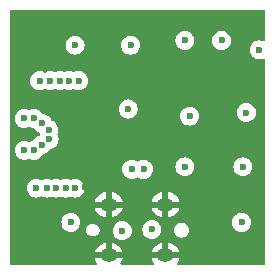
<source format=gbr>
%TF.GenerationSoftware,KiCad,Pcbnew,8.0.8*%
%TF.CreationDate,2025-09-03T22:29:27+08:00*%
%TF.ProjectId,FrekLedMini,4672656b-4c65-4644-9d69-6e692e6b6963,rev?*%
%TF.SameCoordinates,Original*%
%TF.FileFunction,Copper,L3,Inr*%
%TF.FilePolarity,Positive*%
%FSLAX46Y46*%
G04 Gerber Fmt 4.6, Leading zero omitted, Abs format (unit mm)*
G04 Created by KiCad (PCBNEW 8.0.8) date 2025-09-03 22:29:27*
%MOMM*%
%LPD*%
G01*
G04 APERTURE LIST*
%TA.AperFunction,ComponentPad*%
%ADD10O,1.400000X1.150000*%
%TD*%
%TA.AperFunction,ViaPad*%
%ADD11C,0.600000*%
%TD*%
G04 APERTURE END LIST*
D10*
%TO.N,GND*%
%TO.C,J1*%
X113350000Y-121000000D03*
X108550000Y-121000000D03*
X113350000Y-116700000D03*
X108550000Y-116700000D03*
%TD*%
D11*
%TO.N,GND*%
X110500000Y-120800000D03*
X111600000Y-115500000D03*
%TO.N,+5V*%
X110500000Y-113700000D03*
X111500000Y-113700000D03*
X112200000Y-118800000D03*
X105350000Y-118200000D03*
X102700000Y-106200000D03*
X110400000Y-103200000D03*
X119900000Y-113500000D03*
X110200000Y-108600000D03*
X115000000Y-113500000D03*
X115000000Y-102800000D03*
X120200000Y-108900000D03*
X109700000Y-118900000D03*
X118100000Y-102800000D03*
X105700000Y-103200000D03*
X102400000Y-115300000D03*
X115400000Y-109200000D03*
X119800000Y-118200000D03*
X121305514Y-103594486D03*
%TO.N,GND*%
X106500000Y-115200000D03*
X114600000Y-119800000D03*
X107000000Y-119800000D03*
X114800000Y-117900000D03*
X117900000Y-105200000D03*
X120800000Y-100700000D03*
X110500000Y-115000000D03*
X109900000Y-107400000D03*
X107100000Y-117900000D03*
%TO.N,/LED1*%
X106000000Y-106200000D03*
%TO.N,/LED2*%
X105200000Y-106200000D03*
%TO.N,/LED3*%
X104400000Y-106200000D03*
%TO.N,/LED4*%
X103600000Y-106200000D03*
%TO.N,/LED5*%
X103487349Y-110363784D03*
%TO.N,/LED6*%
X102910002Y-109810002D03*
%TO.N,/LED7*%
X102200000Y-109400000D03*
%TO.N,/LED8*%
X101400000Y-109400000D03*
%TO.N,/LED9*%
X101400000Y-112100000D03*
%TO.N,/LED10*%
X102200000Y-112100000D03*
%TO.N,/LED11*%
X102862228Y-111637772D03*
%TO.N,/LED12*%
X103506525Y-111163557D03*
%TO.N,/LED13*%
X103299988Y-115300000D03*
%TO.N,/LED14*%
X104099991Y-115300000D03*
%TO.N,/LED15*%
X104900000Y-115300000D03*
%TO.N,/LED16*%
X105700000Y-115300000D03*
%TD*%
%TA.AperFunction,Conductor*%
%TO.N,GND*%
G36*
X121742539Y-100220185D02*
G01*
X121788294Y-100272989D01*
X121799500Y-100324500D01*
X121799500Y-102744485D01*
X121779815Y-102811524D01*
X121727011Y-102857279D01*
X121657853Y-102867223D01*
X121634545Y-102861527D01*
X121484768Y-102809117D01*
X121484763Y-102809116D01*
X121305518Y-102788921D01*
X121305510Y-102788921D01*
X121126264Y-102809116D01*
X121126259Y-102809117D01*
X120955990Y-102868697D01*
X120803251Y-102964670D01*
X120675698Y-103092223D01*
X120579725Y-103244962D01*
X120520145Y-103415231D01*
X120520144Y-103415236D01*
X120499949Y-103594482D01*
X120499949Y-103594489D01*
X120520144Y-103773735D01*
X120520145Y-103773740D01*
X120579725Y-103944009D01*
X120675698Y-104096748D01*
X120803252Y-104224302D01*
X120955992Y-104320275D01*
X120976483Y-104327445D01*
X121126259Y-104379854D01*
X121126264Y-104379855D01*
X121305510Y-104400051D01*
X121305514Y-104400051D01*
X121305518Y-104400051D01*
X121484763Y-104379855D01*
X121484766Y-104379854D01*
X121484769Y-104379854D01*
X121634545Y-104327444D01*
X121704324Y-104323884D01*
X121764952Y-104358613D01*
X121797179Y-104420606D01*
X121799500Y-104444487D01*
X121799500Y-121675500D01*
X121779815Y-121742539D01*
X121727011Y-121788294D01*
X121675500Y-121799500D01*
X114466266Y-121799500D01*
X114399227Y-121779815D01*
X114353472Y-121727011D01*
X114343528Y-121657853D01*
X114365948Y-121602615D01*
X114394419Y-121563426D01*
X114471239Y-121412659D01*
X114523530Y-121251726D01*
X114523804Y-121250000D01*
X113684618Y-121250000D01*
X113735064Y-121199554D01*
X113777851Y-121125445D01*
X113800000Y-121042787D01*
X113800000Y-120957213D01*
X113777851Y-120874555D01*
X113735064Y-120800446D01*
X113684618Y-120750000D01*
X114523804Y-120750000D01*
X114523530Y-120748273D01*
X114471239Y-120587340D01*
X114394421Y-120436576D01*
X114294961Y-120299683D01*
X114294961Y-120299682D01*
X114175317Y-120180038D01*
X114038423Y-120080578D01*
X113887659Y-120003760D01*
X113726726Y-119951469D01*
X113600000Y-119931397D01*
X113600000Y-120697029D01*
X113517787Y-120675000D01*
X113182213Y-120675000D01*
X113100000Y-120697029D01*
X113100000Y-119931397D01*
X112973273Y-119951469D01*
X112812340Y-120003760D01*
X112661576Y-120080578D01*
X112524683Y-120180038D01*
X112524682Y-120180038D01*
X112405038Y-120299682D01*
X112405038Y-120299683D01*
X112305578Y-120436576D01*
X112228760Y-120587340D01*
X112176469Y-120748273D01*
X112176196Y-120750000D01*
X113015382Y-120750000D01*
X112964936Y-120800446D01*
X112922149Y-120874555D01*
X112900000Y-120957213D01*
X112900000Y-121042787D01*
X112922149Y-121125445D01*
X112964936Y-121199554D01*
X113015382Y-121250000D01*
X112176196Y-121250000D01*
X112176469Y-121251726D01*
X112228760Y-121412659D01*
X112305580Y-121563426D01*
X112334052Y-121602615D01*
X112357532Y-121668421D01*
X112341707Y-121736475D01*
X112291601Y-121785170D01*
X112233734Y-121799500D01*
X109666266Y-121799500D01*
X109599227Y-121779815D01*
X109553472Y-121727011D01*
X109543528Y-121657853D01*
X109565948Y-121602615D01*
X109594419Y-121563426D01*
X109671239Y-121412659D01*
X109723530Y-121251726D01*
X109723804Y-121250000D01*
X108884618Y-121250000D01*
X108935064Y-121199554D01*
X108977851Y-121125445D01*
X109000000Y-121042787D01*
X109000000Y-120957213D01*
X108977851Y-120874555D01*
X108935064Y-120800446D01*
X108884618Y-120750000D01*
X109723804Y-120750000D01*
X109723530Y-120748273D01*
X109671239Y-120587340D01*
X109594421Y-120436576D01*
X109494961Y-120299683D01*
X109494961Y-120299682D01*
X109375317Y-120180038D01*
X109238423Y-120080578D01*
X109087659Y-120003760D01*
X108926726Y-119951469D01*
X108800000Y-119931397D01*
X108800000Y-120697029D01*
X108717787Y-120675000D01*
X108382213Y-120675000D01*
X108300000Y-120697029D01*
X108300000Y-119931397D01*
X108173273Y-119951469D01*
X108012340Y-120003760D01*
X107861576Y-120080578D01*
X107724683Y-120180038D01*
X107724682Y-120180038D01*
X107605038Y-120299682D01*
X107605038Y-120299683D01*
X107505578Y-120436576D01*
X107428760Y-120587340D01*
X107376469Y-120748273D01*
X107376196Y-120750000D01*
X108215382Y-120750000D01*
X108164936Y-120800446D01*
X108122149Y-120874555D01*
X108100000Y-120957213D01*
X108100000Y-121042787D01*
X108122149Y-121125445D01*
X108164936Y-121199554D01*
X108215382Y-121250000D01*
X107376196Y-121250000D01*
X107376469Y-121251726D01*
X107428760Y-121412659D01*
X107505580Y-121563426D01*
X107534052Y-121602615D01*
X107557532Y-121668421D01*
X107541707Y-121736475D01*
X107491601Y-121785170D01*
X107433734Y-121799500D01*
X100324500Y-121799500D01*
X100257461Y-121779815D01*
X100211706Y-121727011D01*
X100200500Y-121675500D01*
X100200500Y-118199996D01*
X104544435Y-118199996D01*
X104544435Y-118200003D01*
X104564630Y-118379249D01*
X104564631Y-118379254D01*
X104624211Y-118549523D01*
X104695265Y-118662604D01*
X104720184Y-118702262D01*
X104847738Y-118829816D01*
X104879861Y-118850000D01*
X104981580Y-118913915D01*
X105000478Y-118925789D01*
X105025373Y-118934500D01*
X105170745Y-118985368D01*
X105170750Y-118985369D01*
X105349996Y-119005565D01*
X105350000Y-119005565D01*
X105350004Y-119005565D01*
X105529249Y-118985369D01*
X105529252Y-118985368D01*
X105529255Y-118985368D01*
X105699522Y-118925789D01*
X105852262Y-118829816D01*
X105895995Y-118786083D01*
X106614500Y-118786083D01*
X106614500Y-118810118D01*
X106614500Y-118850000D01*
X106614500Y-118913917D01*
X106647586Y-119037396D01*
X106711504Y-119148104D01*
X106801896Y-119238496D01*
X106912604Y-119302414D01*
X107036083Y-119335500D01*
X107036085Y-119335500D01*
X107363915Y-119335500D01*
X107363917Y-119335500D01*
X107487396Y-119302414D01*
X107598104Y-119238496D01*
X107688496Y-119148104D01*
X107752414Y-119037396D01*
X107785500Y-118913917D01*
X107785500Y-118899996D01*
X108894435Y-118899996D01*
X108894435Y-118900003D01*
X108914630Y-119079249D01*
X108914631Y-119079254D01*
X108974211Y-119249523D01*
X109033338Y-119343622D01*
X109070184Y-119402262D01*
X109197738Y-119529816D01*
X109350478Y-119625789D01*
X109520745Y-119685368D01*
X109520750Y-119685369D01*
X109699996Y-119705565D01*
X109700000Y-119705565D01*
X109700004Y-119705565D01*
X109879249Y-119685369D01*
X109879252Y-119685368D01*
X109879255Y-119685368D01*
X110049522Y-119625789D01*
X110202262Y-119529816D01*
X110329816Y-119402262D01*
X110425789Y-119249522D01*
X110485368Y-119079255D01*
X110485369Y-119079249D01*
X110505565Y-118900003D01*
X110505565Y-118899996D01*
X110494298Y-118799996D01*
X111394435Y-118799996D01*
X111394435Y-118800003D01*
X111414630Y-118979249D01*
X111414631Y-118979254D01*
X111474211Y-119149523D01*
X111540555Y-119255108D01*
X111570184Y-119302262D01*
X111697738Y-119429816D01*
X111850478Y-119525789D01*
X111861984Y-119529815D01*
X112020745Y-119585368D01*
X112020750Y-119585369D01*
X112199996Y-119605565D01*
X112200000Y-119605565D01*
X112200004Y-119605565D01*
X112379249Y-119585369D01*
X112379252Y-119585368D01*
X112379255Y-119585368D01*
X112549522Y-119525789D01*
X112702262Y-119429816D01*
X112829816Y-119302262D01*
X112925789Y-119149522D01*
X112985368Y-118979255D01*
X112991392Y-118925789D01*
X113005565Y-118800003D01*
X113005565Y-118799996D01*
X113004146Y-118787404D01*
X114064500Y-118787404D01*
X114064500Y-118912595D01*
X114088920Y-119035361D01*
X114088923Y-119035373D01*
X114136823Y-119151015D01*
X114136830Y-119151028D01*
X114206374Y-119255107D01*
X114206377Y-119255111D01*
X114294888Y-119343622D01*
X114294892Y-119343625D01*
X114398971Y-119413169D01*
X114398984Y-119413176D01*
X114514626Y-119461076D01*
X114514631Y-119461078D01*
X114637404Y-119485499D01*
X114637408Y-119485500D01*
X114637409Y-119485500D01*
X114762592Y-119485500D01*
X114762593Y-119485499D01*
X114885369Y-119461078D01*
X115001022Y-119413173D01*
X115105108Y-119343625D01*
X115193625Y-119255108D01*
X115263173Y-119151022D01*
X115311078Y-119035369D01*
X115335500Y-118912591D01*
X115335500Y-118787409D01*
X115311078Y-118664631D01*
X115264382Y-118551896D01*
X115263176Y-118548984D01*
X115263169Y-118548971D01*
X115193625Y-118444892D01*
X115193622Y-118444888D01*
X115105111Y-118356377D01*
X115105107Y-118356374D01*
X115001028Y-118286830D01*
X115001015Y-118286823D01*
X114885373Y-118238923D01*
X114885361Y-118238920D01*
X114762595Y-118214500D01*
X114762591Y-118214500D01*
X114637409Y-118214500D01*
X114637404Y-118214500D01*
X114514638Y-118238920D01*
X114514626Y-118238923D01*
X114398984Y-118286823D01*
X114398971Y-118286830D01*
X114294892Y-118356374D01*
X114294888Y-118356377D01*
X114206377Y-118444888D01*
X114206374Y-118444892D01*
X114136830Y-118548971D01*
X114136823Y-118548984D01*
X114088923Y-118664626D01*
X114088920Y-118664638D01*
X114064500Y-118787404D01*
X113004146Y-118787404D01*
X112985369Y-118620750D01*
X112985368Y-118620745D01*
X112961276Y-118551893D01*
X112925789Y-118450478D01*
X112829816Y-118297738D01*
X112732074Y-118199996D01*
X118994435Y-118199996D01*
X118994435Y-118200003D01*
X119014630Y-118379249D01*
X119014631Y-118379254D01*
X119074211Y-118549523D01*
X119145265Y-118662604D01*
X119170184Y-118702262D01*
X119297738Y-118829816D01*
X119329861Y-118850000D01*
X119431580Y-118913915D01*
X119450478Y-118925789D01*
X119475373Y-118934500D01*
X119620745Y-118985368D01*
X119620750Y-118985369D01*
X119799996Y-119005565D01*
X119800000Y-119005565D01*
X119800004Y-119005565D01*
X119979249Y-118985369D01*
X119979252Y-118985368D01*
X119979255Y-118985368D01*
X120149522Y-118925789D01*
X120302262Y-118829816D01*
X120429816Y-118702262D01*
X120525789Y-118549522D01*
X120585368Y-118379255D01*
X120585369Y-118379249D01*
X120605565Y-118200003D01*
X120605565Y-118199996D01*
X120585369Y-118020750D01*
X120585368Y-118020745D01*
X120525788Y-117850476D01*
X120461731Y-117748530D01*
X120429816Y-117697738D01*
X120302262Y-117570184D01*
X120222333Y-117519961D01*
X120149523Y-117474211D01*
X119979254Y-117414631D01*
X119979249Y-117414630D01*
X119800004Y-117394435D01*
X119799996Y-117394435D01*
X119620750Y-117414630D01*
X119620745Y-117414631D01*
X119450476Y-117474211D01*
X119297737Y-117570184D01*
X119170184Y-117697737D01*
X119074211Y-117850476D01*
X119014631Y-118020745D01*
X119014630Y-118020750D01*
X118994435Y-118199996D01*
X112732074Y-118199996D01*
X112702262Y-118170184D01*
X112613852Y-118114632D01*
X112549523Y-118074211D01*
X112379254Y-118014631D01*
X112379249Y-118014630D01*
X112200004Y-117994435D01*
X112199996Y-117994435D01*
X112020750Y-118014630D01*
X112020745Y-118014631D01*
X111850476Y-118074211D01*
X111697737Y-118170184D01*
X111570184Y-118297737D01*
X111474211Y-118450476D01*
X111414631Y-118620745D01*
X111414630Y-118620750D01*
X111394435Y-118799996D01*
X110494298Y-118799996D01*
X110485369Y-118720750D01*
X110485368Y-118720745D01*
X110425789Y-118550478D01*
X110425188Y-118549522D01*
X110362955Y-118450478D01*
X110329816Y-118397738D01*
X110202262Y-118270184D01*
X110049523Y-118174211D01*
X109879254Y-118114631D01*
X109879249Y-118114630D01*
X109700004Y-118094435D01*
X109699996Y-118094435D01*
X109520750Y-118114630D01*
X109520745Y-118114631D01*
X109350476Y-118174211D01*
X109197737Y-118270184D01*
X109070184Y-118397737D01*
X108974211Y-118550476D01*
X108914631Y-118720745D01*
X108914630Y-118720750D01*
X108894435Y-118899996D01*
X107785500Y-118899996D01*
X107785500Y-118850000D01*
X107785500Y-118810118D01*
X107785500Y-118786083D01*
X107752414Y-118662604D01*
X107688496Y-118551896D01*
X107598104Y-118461504D01*
X107487396Y-118397586D01*
X107363917Y-118364500D01*
X107339882Y-118364500D01*
X107139882Y-118364500D01*
X107100000Y-118364500D01*
X107036083Y-118364500D01*
X106912603Y-118397586D01*
X106801896Y-118461504D01*
X106801893Y-118461506D01*
X106711506Y-118551893D01*
X106711504Y-118551896D01*
X106647586Y-118662603D01*
X106647586Y-118662604D01*
X106614500Y-118786083D01*
X105895995Y-118786083D01*
X105979816Y-118702262D01*
X106075789Y-118549522D01*
X106135368Y-118379255D01*
X106135369Y-118379249D01*
X106155565Y-118200003D01*
X106155565Y-118199996D01*
X106135369Y-118020750D01*
X106135368Y-118020745D01*
X106075788Y-117850476D01*
X106011731Y-117748530D01*
X105979816Y-117697738D01*
X105852262Y-117570184D01*
X105772333Y-117519961D01*
X105699523Y-117474211D01*
X105529254Y-117414631D01*
X105529249Y-117414630D01*
X105350004Y-117394435D01*
X105349996Y-117394435D01*
X105170750Y-117414630D01*
X105170745Y-117414631D01*
X105000476Y-117474211D01*
X104847737Y-117570184D01*
X104720184Y-117697737D01*
X104624211Y-117850476D01*
X104564631Y-118020745D01*
X104564630Y-118020750D01*
X104544435Y-118199996D01*
X100200500Y-118199996D01*
X100200500Y-116450000D01*
X107376196Y-116450000D01*
X108215382Y-116450000D01*
X108164936Y-116500446D01*
X108122149Y-116574555D01*
X108100000Y-116657213D01*
X108100000Y-116742787D01*
X108122149Y-116825445D01*
X108164936Y-116899554D01*
X108215382Y-116950000D01*
X107376196Y-116950000D01*
X107376469Y-116951726D01*
X107428760Y-117112659D01*
X107505578Y-117263423D01*
X107605038Y-117400316D01*
X107605038Y-117400317D01*
X107724682Y-117519961D01*
X107861576Y-117619421D01*
X108012338Y-117696239D01*
X108173265Y-117748528D01*
X108173273Y-117748530D01*
X108299999Y-117768601D01*
X108300000Y-117768601D01*
X108300000Y-117002970D01*
X108382213Y-117025000D01*
X108717787Y-117025000D01*
X108800000Y-117002970D01*
X108800000Y-117768601D01*
X108926726Y-117748530D01*
X108926734Y-117748528D01*
X109087661Y-117696239D01*
X109238423Y-117619421D01*
X109375316Y-117519961D01*
X109375317Y-117519961D01*
X109494961Y-117400317D01*
X109494961Y-117400316D01*
X109594421Y-117263423D01*
X109671239Y-117112659D01*
X109723530Y-116951726D01*
X109723804Y-116950000D01*
X108884618Y-116950000D01*
X108935064Y-116899554D01*
X108977851Y-116825445D01*
X109000000Y-116742787D01*
X109000000Y-116657213D01*
X108977851Y-116574555D01*
X108935064Y-116500446D01*
X108884618Y-116450000D01*
X109723804Y-116450000D01*
X112176196Y-116450000D01*
X113015382Y-116450000D01*
X112964936Y-116500446D01*
X112922149Y-116574555D01*
X112900000Y-116657213D01*
X112900000Y-116742787D01*
X112922149Y-116825445D01*
X112964936Y-116899554D01*
X113015382Y-116950000D01*
X112176196Y-116950000D01*
X112176469Y-116951726D01*
X112228760Y-117112659D01*
X112305578Y-117263423D01*
X112405038Y-117400316D01*
X112405038Y-117400317D01*
X112524682Y-117519961D01*
X112661576Y-117619421D01*
X112812338Y-117696239D01*
X112973265Y-117748528D01*
X112973273Y-117748530D01*
X113099999Y-117768601D01*
X113100000Y-117768601D01*
X113100000Y-117002970D01*
X113182213Y-117025000D01*
X113517787Y-117025000D01*
X113600000Y-117002970D01*
X113600000Y-117768601D01*
X113726726Y-117748530D01*
X113726734Y-117748528D01*
X113887661Y-117696239D01*
X114038423Y-117619421D01*
X114175316Y-117519961D01*
X114175317Y-117519961D01*
X114294961Y-117400317D01*
X114294961Y-117400316D01*
X114394421Y-117263423D01*
X114471239Y-117112659D01*
X114523530Y-116951726D01*
X114523804Y-116950000D01*
X113684618Y-116950000D01*
X113735064Y-116899554D01*
X113777851Y-116825445D01*
X113800000Y-116742787D01*
X113800000Y-116657213D01*
X113777851Y-116574555D01*
X113735064Y-116500446D01*
X113684618Y-116450000D01*
X114523804Y-116450000D01*
X114523530Y-116448273D01*
X114471239Y-116287340D01*
X114394421Y-116136576D01*
X114294961Y-115999683D01*
X114294961Y-115999682D01*
X114175317Y-115880038D01*
X114038423Y-115780578D01*
X113887659Y-115703760D01*
X113726726Y-115651469D01*
X113600000Y-115631397D01*
X113600000Y-116397029D01*
X113517787Y-116375000D01*
X113182213Y-116375000D01*
X113100000Y-116397029D01*
X113100000Y-115631397D01*
X112973273Y-115651469D01*
X112812340Y-115703760D01*
X112661576Y-115780578D01*
X112524683Y-115880038D01*
X112524682Y-115880038D01*
X112405038Y-115999682D01*
X112405038Y-115999683D01*
X112305578Y-116136576D01*
X112228760Y-116287340D01*
X112176469Y-116448273D01*
X112176196Y-116450000D01*
X109723804Y-116450000D01*
X109723530Y-116448273D01*
X109671239Y-116287340D01*
X109594421Y-116136576D01*
X109494961Y-115999683D01*
X109494961Y-115999682D01*
X109375317Y-115880038D01*
X109238423Y-115780578D01*
X109087659Y-115703760D01*
X108926726Y-115651469D01*
X108800000Y-115631397D01*
X108800000Y-116397029D01*
X108717787Y-116375000D01*
X108382213Y-116375000D01*
X108300000Y-116397029D01*
X108300000Y-115631397D01*
X108173273Y-115651469D01*
X108012340Y-115703760D01*
X107861576Y-115780578D01*
X107724683Y-115880038D01*
X107724682Y-115880038D01*
X107605038Y-115999682D01*
X107605038Y-115999683D01*
X107505578Y-116136576D01*
X107428760Y-116287340D01*
X107376469Y-116448273D01*
X107376196Y-116450000D01*
X100200500Y-116450000D01*
X100200500Y-115299996D01*
X101594435Y-115299996D01*
X101594435Y-115300003D01*
X101614630Y-115479249D01*
X101614631Y-115479254D01*
X101674211Y-115649523D01*
X101675434Y-115651469D01*
X101770184Y-115802262D01*
X101897738Y-115929816D01*
X101950006Y-115962658D01*
X102048254Y-116024392D01*
X102050478Y-116025789D01*
X102220739Y-116085366D01*
X102220745Y-116085368D01*
X102220750Y-116085369D01*
X102399996Y-116105565D01*
X102400000Y-116105565D01*
X102400004Y-116105565D01*
X102579249Y-116085369D01*
X102579252Y-116085368D01*
X102579255Y-116085368D01*
X102749522Y-116025789D01*
X102751746Y-116024392D01*
X102784021Y-116004112D01*
X102851258Y-115985111D01*
X102915967Y-116004112D01*
X102950463Y-116025788D01*
X103120733Y-116085368D01*
X103120738Y-116085369D01*
X103299984Y-116105565D01*
X103299988Y-116105565D01*
X103299992Y-116105565D01*
X103479237Y-116085369D01*
X103479239Y-116085368D01*
X103479243Y-116085368D01*
X103479246Y-116085366D01*
X103479250Y-116085366D01*
X103656083Y-116023489D01*
X103656834Y-116025637D01*
X103715116Y-116016035D01*
X103743580Y-116024391D01*
X103743896Y-116023489D01*
X103920736Y-116085368D01*
X103920741Y-116085369D01*
X104099987Y-116105565D01*
X104099991Y-116105565D01*
X104099995Y-116105565D01*
X104279240Y-116085369D01*
X104279242Y-116085368D01*
X104279246Y-116085368D01*
X104279249Y-116085366D01*
X104279253Y-116085366D01*
X104456086Y-116023489D01*
X104456838Y-116025639D01*
X104515103Y-116016031D01*
X104543588Y-116024393D01*
X104543905Y-116023489D01*
X104720745Y-116085368D01*
X104720750Y-116085369D01*
X104899996Y-116105565D01*
X104900000Y-116105565D01*
X104900004Y-116105565D01*
X105079249Y-116085369D01*
X105079251Y-116085368D01*
X105079255Y-116085368D01*
X105079258Y-116085366D01*
X105079262Y-116085366D01*
X105256095Y-116023489D01*
X105256846Y-116025637D01*
X105315128Y-116016035D01*
X105343588Y-116024392D01*
X105343905Y-116023489D01*
X105520737Y-116085366D01*
X105520743Y-116085367D01*
X105520745Y-116085368D01*
X105520746Y-116085368D01*
X105520750Y-116085369D01*
X105699996Y-116105565D01*
X105700000Y-116105565D01*
X105700004Y-116105565D01*
X105879249Y-116085369D01*
X105879252Y-116085368D01*
X105879255Y-116085368D01*
X106049522Y-116025789D01*
X106202262Y-115929816D01*
X106329816Y-115802262D01*
X106425789Y-115649522D01*
X106485368Y-115479255D01*
X106505565Y-115300000D01*
X106485368Y-115120745D01*
X106425789Y-114950478D01*
X106329816Y-114797738D01*
X106202262Y-114670184D01*
X106149993Y-114637341D01*
X106049523Y-114574211D01*
X105879254Y-114514631D01*
X105879249Y-114514630D01*
X105700004Y-114494435D01*
X105699996Y-114494435D01*
X105520750Y-114514630D01*
X105520737Y-114514633D01*
X105343906Y-114576510D01*
X105343155Y-114574364D01*
X105284856Y-114583962D01*
X105256409Y-114575609D01*
X105256094Y-114576510D01*
X105079262Y-114514633D01*
X105079249Y-114514630D01*
X104900004Y-114494435D01*
X104899996Y-114494435D01*
X104720750Y-114514630D01*
X104720737Y-114514633D01*
X104543906Y-114576510D01*
X104543155Y-114574364D01*
X104484855Y-114583964D01*
X104456401Y-114575609D01*
X104456086Y-114576511D01*
X104279245Y-114514631D01*
X104279240Y-114514630D01*
X104099995Y-114494435D01*
X104099987Y-114494435D01*
X103920741Y-114514630D01*
X103920728Y-114514633D01*
X103743897Y-114576510D01*
X103743148Y-114574369D01*
X103684812Y-114583958D01*
X103656396Y-114575611D01*
X103656082Y-114576510D01*
X103479250Y-114514633D01*
X103479237Y-114514630D01*
X103299992Y-114494435D01*
X103299984Y-114494435D01*
X103120738Y-114514630D01*
X103120725Y-114514633D01*
X102950468Y-114574209D01*
X102915964Y-114595889D01*
X102848727Y-114614888D01*
X102784024Y-114595889D01*
X102749519Y-114574209D01*
X102579262Y-114514633D01*
X102579249Y-114514630D01*
X102400004Y-114494435D01*
X102399996Y-114494435D01*
X102220750Y-114514630D01*
X102220745Y-114514631D01*
X102050476Y-114574211D01*
X101897737Y-114670184D01*
X101770184Y-114797737D01*
X101674211Y-114950476D01*
X101614631Y-115120745D01*
X101614630Y-115120750D01*
X101594435Y-115299996D01*
X100200500Y-115299996D01*
X100200500Y-113699996D01*
X109694435Y-113699996D01*
X109694435Y-113700003D01*
X109714630Y-113879249D01*
X109714631Y-113879254D01*
X109774211Y-114049523D01*
X109824662Y-114129815D01*
X109870184Y-114202262D01*
X109997738Y-114329816D01*
X110150478Y-114425789D01*
X110320745Y-114485368D01*
X110320750Y-114485369D01*
X110499996Y-114505565D01*
X110500000Y-114505565D01*
X110500004Y-114505565D01*
X110679249Y-114485369D01*
X110679252Y-114485368D01*
X110679255Y-114485368D01*
X110849522Y-114425789D01*
X110934027Y-114372691D01*
X111001264Y-114353690D01*
X111065973Y-114372691D01*
X111150475Y-114425788D01*
X111320745Y-114485368D01*
X111320750Y-114485369D01*
X111499996Y-114505565D01*
X111500000Y-114505565D01*
X111500004Y-114505565D01*
X111679249Y-114485369D01*
X111679252Y-114485368D01*
X111679255Y-114485368D01*
X111849522Y-114425789D01*
X112002262Y-114329816D01*
X112129816Y-114202262D01*
X112225789Y-114049522D01*
X112285368Y-113879255D01*
X112305565Y-113700000D01*
X112285368Y-113520745D01*
X112278108Y-113499996D01*
X114194435Y-113499996D01*
X114194435Y-113500003D01*
X114214630Y-113679249D01*
X114214631Y-113679254D01*
X114274211Y-113849523D01*
X114370184Y-114002262D01*
X114497738Y-114129816D01*
X114650478Y-114225789D01*
X114820745Y-114285368D01*
X114820750Y-114285369D01*
X114999996Y-114305565D01*
X115000000Y-114305565D01*
X115000004Y-114305565D01*
X115179249Y-114285369D01*
X115179252Y-114285368D01*
X115179255Y-114285368D01*
X115349522Y-114225789D01*
X115502262Y-114129816D01*
X115629816Y-114002262D01*
X115725789Y-113849522D01*
X115785368Y-113679255D01*
X115805565Y-113500000D01*
X115805565Y-113499996D01*
X119094435Y-113499996D01*
X119094435Y-113500003D01*
X119114630Y-113679249D01*
X119114631Y-113679254D01*
X119174211Y-113849523D01*
X119270184Y-114002262D01*
X119397738Y-114129816D01*
X119550478Y-114225789D01*
X119720745Y-114285368D01*
X119720750Y-114285369D01*
X119899996Y-114305565D01*
X119900000Y-114305565D01*
X119900004Y-114305565D01*
X120079249Y-114285369D01*
X120079252Y-114285368D01*
X120079255Y-114285368D01*
X120249522Y-114225789D01*
X120402262Y-114129816D01*
X120529816Y-114002262D01*
X120625789Y-113849522D01*
X120685368Y-113679255D01*
X120705565Y-113500000D01*
X120688718Y-113350478D01*
X120685369Y-113320750D01*
X120685368Y-113320745D01*
X120642326Y-113197738D01*
X120625789Y-113150478D01*
X120529816Y-112997738D01*
X120402262Y-112870184D01*
X120331608Y-112825789D01*
X120249523Y-112774211D01*
X120079254Y-112714631D01*
X120079249Y-112714630D01*
X119900004Y-112694435D01*
X119899996Y-112694435D01*
X119720750Y-112714630D01*
X119720745Y-112714631D01*
X119550476Y-112774211D01*
X119397737Y-112870184D01*
X119270184Y-112997737D01*
X119174211Y-113150476D01*
X119114631Y-113320745D01*
X119114630Y-113320750D01*
X119094435Y-113499996D01*
X115805565Y-113499996D01*
X115788718Y-113350478D01*
X115785369Y-113320750D01*
X115785368Y-113320745D01*
X115742326Y-113197738D01*
X115725789Y-113150478D01*
X115629816Y-112997738D01*
X115502262Y-112870184D01*
X115431608Y-112825789D01*
X115349523Y-112774211D01*
X115179254Y-112714631D01*
X115179249Y-112714630D01*
X115000004Y-112694435D01*
X114999996Y-112694435D01*
X114820750Y-112714630D01*
X114820745Y-112714631D01*
X114650476Y-112774211D01*
X114497737Y-112870184D01*
X114370184Y-112997737D01*
X114274211Y-113150476D01*
X114214631Y-113320745D01*
X114214630Y-113320750D01*
X114194435Y-113499996D01*
X112278108Y-113499996D01*
X112225789Y-113350478D01*
X112207106Y-113320745D01*
X112129815Y-113197737D01*
X112002262Y-113070184D01*
X111849523Y-112974211D01*
X111679254Y-112914631D01*
X111679249Y-112914630D01*
X111500004Y-112894435D01*
X111499996Y-112894435D01*
X111320750Y-112914630D01*
X111320737Y-112914633D01*
X111150479Y-112974209D01*
X111065971Y-113027309D01*
X110998734Y-113046309D01*
X110934029Y-113027309D01*
X110849520Y-112974209D01*
X110679262Y-112914633D01*
X110679249Y-112914630D01*
X110500004Y-112894435D01*
X110499996Y-112894435D01*
X110320750Y-112914630D01*
X110320745Y-112914631D01*
X110150476Y-112974211D01*
X109997737Y-113070184D01*
X109870184Y-113197737D01*
X109774211Y-113350476D01*
X109714631Y-113520745D01*
X109714630Y-113520750D01*
X109694435Y-113699996D01*
X100200500Y-113699996D01*
X100200500Y-109399996D01*
X100594435Y-109399996D01*
X100594435Y-109400003D01*
X100614630Y-109579249D01*
X100614631Y-109579254D01*
X100674211Y-109749523D01*
X100724662Y-109829815D01*
X100770184Y-109902262D01*
X100897738Y-110029816D01*
X100988080Y-110086582D01*
X101048254Y-110124392D01*
X101050478Y-110125789D01*
X101218347Y-110184529D01*
X101220745Y-110185368D01*
X101220750Y-110185369D01*
X101399996Y-110205565D01*
X101400000Y-110205565D01*
X101400004Y-110205565D01*
X101579249Y-110185369D01*
X101579251Y-110185368D01*
X101579255Y-110185368D01*
X101579258Y-110185366D01*
X101579262Y-110185366D01*
X101756095Y-110123489D01*
X101756846Y-110125637D01*
X101815128Y-110116035D01*
X101843588Y-110124392D01*
X101843905Y-110123489D01*
X102020737Y-110185366D01*
X102020743Y-110185367D01*
X102020745Y-110185368D01*
X102020746Y-110185368D01*
X102020750Y-110185369D01*
X102095810Y-110193825D01*
X102154802Y-110200472D01*
X102219216Y-110227538D01*
X102245912Y-110257720D01*
X102280180Y-110312257D01*
X102280184Y-110312262D01*
X102280186Y-110312264D01*
X102407740Y-110439818D01*
X102560480Y-110535791D01*
X102662470Y-110571478D01*
X102719245Y-110612200D01*
X102738554Y-110647562D01*
X102755396Y-110695690D01*
X102758957Y-110765469D01*
X102724228Y-110826096D01*
X102679309Y-110853686D01*
X102512705Y-110911983D01*
X102359965Y-111007956D01*
X102232412Y-111135509D01*
X102159185Y-111252050D01*
X102106850Y-111298341D01*
X102068076Y-111309298D01*
X102020750Y-111314630D01*
X101843905Y-111376511D01*
X101843153Y-111374364D01*
X101784856Y-111383962D01*
X101756409Y-111375609D01*
X101756094Y-111376510D01*
X101579262Y-111314633D01*
X101579249Y-111314630D01*
X101400004Y-111294435D01*
X101399996Y-111294435D01*
X101220750Y-111314630D01*
X101220745Y-111314631D01*
X101050476Y-111374211D01*
X100897737Y-111470184D01*
X100770184Y-111597737D01*
X100674211Y-111750476D01*
X100614631Y-111920745D01*
X100614630Y-111920750D01*
X100594435Y-112099996D01*
X100594435Y-112100003D01*
X100614630Y-112279249D01*
X100614631Y-112279254D01*
X100674211Y-112449523D01*
X100696956Y-112485721D01*
X100770184Y-112602262D01*
X100897738Y-112729816D01*
X100968392Y-112774211D01*
X101048254Y-112824392D01*
X101050478Y-112825789D01*
X101177352Y-112870184D01*
X101220745Y-112885368D01*
X101220750Y-112885369D01*
X101399996Y-112905565D01*
X101400000Y-112905565D01*
X101400004Y-112905565D01*
X101579249Y-112885369D01*
X101579251Y-112885368D01*
X101579255Y-112885368D01*
X101579258Y-112885366D01*
X101579262Y-112885366D01*
X101756095Y-112823489D01*
X101756846Y-112825637D01*
X101815128Y-112816035D01*
X101843588Y-112824392D01*
X101843905Y-112823489D01*
X102020737Y-112885366D01*
X102020743Y-112885367D01*
X102020745Y-112885368D01*
X102020746Y-112885368D01*
X102020750Y-112885369D01*
X102199996Y-112905565D01*
X102200000Y-112905565D01*
X102200004Y-112905565D01*
X102379249Y-112885369D01*
X102379252Y-112885368D01*
X102379255Y-112885368D01*
X102549522Y-112825789D01*
X102702262Y-112729816D01*
X102829816Y-112602262D01*
X102903044Y-112485719D01*
X102955377Y-112439429D01*
X102994151Y-112428472D01*
X103041483Y-112423140D01*
X103211750Y-112363561D01*
X103364490Y-112267588D01*
X103492044Y-112140034D01*
X103574745Y-112008416D01*
X103627077Y-111962127D01*
X103665853Y-111951170D01*
X103685780Y-111948925D01*
X103856047Y-111889346D01*
X104008787Y-111793373D01*
X104136341Y-111665819D01*
X104232314Y-111513079D01*
X104291893Y-111342812D01*
X104295068Y-111314632D01*
X104312090Y-111163560D01*
X104312090Y-111163553D01*
X104291894Y-110984307D01*
X104291891Y-110984294D01*
X104236534Y-110826096D01*
X104232314Y-110814035D01*
X104229129Y-110808966D01*
X104210127Y-110741733D01*
X104217078Y-110702043D01*
X104272717Y-110543039D01*
X104284347Y-110439818D01*
X104292914Y-110363787D01*
X104292914Y-110363780D01*
X104272718Y-110184534D01*
X104272717Y-110184529D01*
X104241064Y-110094071D01*
X104213138Y-110014262D01*
X104207673Y-110005565D01*
X104157546Y-109925788D01*
X104117165Y-109861522D01*
X103989611Y-109733968D01*
X103836871Y-109637995D01*
X103836872Y-109637995D01*
X103836870Y-109637994D01*
X103758096Y-109610430D01*
X103734880Y-109602306D01*
X103678105Y-109561586D01*
X103658794Y-109526220D01*
X103635791Y-109460479D01*
X103539817Y-109307739D01*
X103412264Y-109180186D01*
X103259525Y-109084213D01*
X103089256Y-109024633D01*
X103089252Y-109024632D01*
X102955197Y-109009528D01*
X102890783Y-108982461D01*
X102864087Y-108952280D01*
X102831237Y-108900000D01*
X102829816Y-108897738D01*
X102702262Y-108770184D01*
X102549523Y-108674211D01*
X102379254Y-108614631D01*
X102379249Y-108614630D01*
X102249362Y-108599996D01*
X109394435Y-108599996D01*
X109394435Y-108600003D01*
X109414630Y-108779249D01*
X109414631Y-108779254D01*
X109474211Y-108949523D01*
X109537646Y-109050478D01*
X109570184Y-109102262D01*
X109697738Y-109229816D01*
X109788080Y-109286582D01*
X109821751Y-109307739D01*
X109850478Y-109325789D01*
X110003258Y-109379249D01*
X110020745Y-109385368D01*
X110020750Y-109385369D01*
X110199996Y-109405565D01*
X110200000Y-109405565D01*
X110200004Y-109405565D01*
X110379249Y-109385369D01*
X110379252Y-109385368D01*
X110379255Y-109385368D01*
X110549522Y-109325789D01*
X110702262Y-109229816D01*
X110732082Y-109199996D01*
X114594435Y-109199996D01*
X114594435Y-109200003D01*
X114614630Y-109379249D01*
X114614631Y-109379254D01*
X114674211Y-109549523D01*
X114729802Y-109637995D01*
X114770184Y-109702262D01*
X114897738Y-109829816D01*
X115050478Y-109925789D01*
X115220745Y-109985368D01*
X115220750Y-109985369D01*
X115399996Y-110005565D01*
X115400000Y-110005565D01*
X115400004Y-110005565D01*
X115579249Y-109985369D01*
X115579252Y-109985368D01*
X115579255Y-109985368D01*
X115749522Y-109925789D01*
X115902262Y-109829816D01*
X116029816Y-109702262D01*
X116125789Y-109549522D01*
X116185368Y-109379255D01*
X116191392Y-109325789D01*
X116205565Y-109200003D01*
X116205565Y-109199996D01*
X116185369Y-109020750D01*
X116185368Y-109020745D01*
X116160446Y-108949522D01*
X116143116Y-108899996D01*
X119394435Y-108899996D01*
X119394435Y-108900003D01*
X119414630Y-109079249D01*
X119414631Y-109079254D01*
X119474211Y-109249523D01*
X119555724Y-109379249D01*
X119570184Y-109402262D01*
X119697738Y-109529816D01*
X119748300Y-109561586D01*
X119813106Y-109602307D01*
X119850478Y-109625789D01*
X119885361Y-109637995D01*
X120020745Y-109685368D01*
X120020750Y-109685369D01*
X120199996Y-109705565D01*
X120200000Y-109705565D01*
X120200004Y-109705565D01*
X120379249Y-109685369D01*
X120379252Y-109685368D01*
X120379255Y-109685368D01*
X120549522Y-109625789D01*
X120702262Y-109529816D01*
X120829816Y-109402262D01*
X120925789Y-109249522D01*
X120985368Y-109079255D01*
X120985369Y-109079249D01*
X121005565Y-108900003D01*
X121005565Y-108899996D01*
X120985369Y-108720750D01*
X120985368Y-108720745D01*
X120980183Y-108705928D01*
X120925789Y-108550478D01*
X120829816Y-108397738D01*
X120702262Y-108270184D01*
X120670897Y-108250476D01*
X120549523Y-108174211D01*
X120379254Y-108114631D01*
X120379249Y-108114630D01*
X120200004Y-108094435D01*
X120199996Y-108094435D01*
X120020750Y-108114630D01*
X120020745Y-108114631D01*
X119850476Y-108174211D01*
X119697737Y-108270184D01*
X119570184Y-108397737D01*
X119474211Y-108550476D01*
X119414631Y-108720745D01*
X119414630Y-108720750D01*
X119394435Y-108899996D01*
X116143116Y-108899996D01*
X116125789Y-108850478D01*
X116029816Y-108697738D01*
X115902262Y-108570184D01*
X115870897Y-108550476D01*
X115749523Y-108474211D01*
X115579254Y-108414631D01*
X115579249Y-108414630D01*
X115400004Y-108394435D01*
X115399996Y-108394435D01*
X115220750Y-108414630D01*
X115220745Y-108414631D01*
X115050476Y-108474211D01*
X114897737Y-108570184D01*
X114770184Y-108697737D01*
X114674211Y-108850476D01*
X114614631Y-109020745D01*
X114614630Y-109020750D01*
X114594435Y-109199996D01*
X110732082Y-109199996D01*
X110829816Y-109102262D01*
X110925789Y-108949522D01*
X110985368Y-108779255D01*
X110991960Y-108720750D01*
X111005565Y-108600003D01*
X111005565Y-108599996D01*
X110985369Y-108420750D01*
X110985368Y-108420745D01*
X110983228Y-108414630D01*
X110925789Y-108250478D01*
X110829816Y-108097738D01*
X110702262Y-107970184D01*
X110549523Y-107874211D01*
X110379254Y-107814631D01*
X110379249Y-107814630D01*
X110200004Y-107794435D01*
X110199996Y-107794435D01*
X110020750Y-107814630D01*
X110020745Y-107814631D01*
X109850476Y-107874211D01*
X109697737Y-107970184D01*
X109570184Y-108097737D01*
X109474211Y-108250476D01*
X109414631Y-108420745D01*
X109414630Y-108420750D01*
X109394435Y-108599996D01*
X102249362Y-108599996D01*
X102200004Y-108594435D01*
X102199996Y-108594435D01*
X102020750Y-108614630D01*
X102020737Y-108614633D01*
X101843906Y-108676510D01*
X101843155Y-108674364D01*
X101784856Y-108683962D01*
X101756409Y-108675609D01*
X101756094Y-108676510D01*
X101579262Y-108614633D01*
X101579249Y-108614630D01*
X101400004Y-108594435D01*
X101399996Y-108594435D01*
X101220750Y-108614630D01*
X101220745Y-108614631D01*
X101050476Y-108674211D01*
X100897737Y-108770184D01*
X100770184Y-108897737D01*
X100674211Y-109050476D01*
X100614631Y-109220745D01*
X100614630Y-109220750D01*
X100594435Y-109399996D01*
X100200500Y-109399996D01*
X100200500Y-106199996D01*
X101894435Y-106199996D01*
X101894435Y-106200003D01*
X101914630Y-106379249D01*
X101914631Y-106379254D01*
X101974211Y-106549523D01*
X102070184Y-106702262D01*
X102197738Y-106829816D01*
X102285733Y-106885107D01*
X102348254Y-106924392D01*
X102350478Y-106925789D01*
X102520739Y-106985366D01*
X102520745Y-106985368D01*
X102520750Y-106985369D01*
X102699996Y-107005565D01*
X102700000Y-107005565D01*
X102700004Y-107005565D01*
X102879249Y-106985369D01*
X102879252Y-106985368D01*
X102879255Y-106985368D01*
X103049522Y-106925789D01*
X103051746Y-106924392D01*
X103084027Y-106904108D01*
X103151263Y-106885107D01*
X103215973Y-106904108D01*
X103250475Y-106925788D01*
X103420745Y-106985368D01*
X103420750Y-106985369D01*
X103599996Y-107005565D01*
X103600000Y-107005565D01*
X103600004Y-107005565D01*
X103779249Y-106985369D01*
X103779251Y-106985368D01*
X103779255Y-106985368D01*
X103779258Y-106985366D01*
X103779262Y-106985366D01*
X103956095Y-106923489D01*
X103956846Y-106925637D01*
X104015128Y-106916035D01*
X104043588Y-106924392D01*
X104043905Y-106923489D01*
X104220737Y-106985366D01*
X104220743Y-106985367D01*
X104220745Y-106985368D01*
X104220746Y-106985368D01*
X104220750Y-106985369D01*
X104399996Y-107005565D01*
X104400000Y-107005565D01*
X104400004Y-107005565D01*
X104579249Y-106985369D01*
X104579251Y-106985368D01*
X104579255Y-106985368D01*
X104579258Y-106985366D01*
X104579262Y-106985366D01*
X104756095Y-106923489D01*
X104756846Y-106925637D01*
X104815128Y-106916035D01*
X104843588Y-106924392D01*
X104843905Y-106923489D01*
X105020737Y-106985366D01*
X105020743Y-106985367D01*
X105020745Y-106985368D01*
X105020746Y-106985368D01*
X105020750Y-106985369D01*
X105199996Y-107005565D01*
X105200000Y-107005565D01*
X105200004Y-107005565D01*
X105379249Y-106985369D01*
X105379251Y-106985368D01*
X105379255Y-106985368D01*
X105379258Y-106985366D01*
X105379262Y-106985366D01*
X105556095Y-106923489D01*
X105556846Y-106925637D01*
X105615128Y-106916035D01*
X105643588Y-106924392D01*
X105643905Y-106923489D01*
X105820737Y-106985366D01*
X105820743Y-106985367D01*
X105820745Y-106985368D01*
X105820746Y-106985368D01*
X105820750Y-106985369D01*
X105999996Y-107005565D01*
X106000000Y-107005565D01*
X106000004Y-107005565D01*
X106179249Y-106985369D01*
X106179252Y-106985368D01*
X106179255Y-106985368D01*
X106349522Y-106925789D01*
X106502262Y-106829816D01*
X106629816Y-106702262D01*
X106725789Y-106549522D01*
X106785368Y-106379255D01*
X106805565Y-106200000D01*
X106785368Y-106020745D01*
X106725789Y-105850478D01*
X106629816Y-105697738D01*
X106502262Y-105570184D01*
X106449999Y-105537345D01*
X106349523Y-105474211D01*
X106179254Y-105414631D01*
X106179249Y-105414630D01*
X106000004Y-105394435D01*
X105999996Y-105394435D01*
X105820750Y-105414630D01*
X105820737Y-105414633D01*
X105643906Y-105476510D01*
X105643155Y-105474364D01*
X105584856Y-105483962D01*
X105556409Y-105475609D01*
X105556094Y-105476510D01*
X105379262Y-105414633D01*
X105379249Y-105414630D01*
X105200004Y-105394435D01*
X105199996Y-105394435D01*
X105020750Y-105414630D01*
X105020737Y-105414633D01*
X104843906Y-105476510D01*
X104843155Y-105474364D01*
X104784856Y-105483962D01*
X104756409Y-105475609D01*
X104756094Y-105476510D01*
X104579262Y-105414633D01*
X104579249Y-105414630D01*
X104400004Y-105394435D01*
X104399996Y-105394435D01*
X104220750Y-105414630D01*
X104220737Y-105414633D01*
X104043906Y-105476510D01*
X104043155Y-105474364D01*
X103984856Y-105483962D01*
X103956409Y-105475609D01*
X103956094Y-105476510D01*
X103779262Y-105414633D01*
X103779249Y-105414630D01*
X103600004Y-105394435D01*
X103599996Y-105394435D01*
X103420750Y-105414630D01*
X103420737Y-105414633D01*
X103250480Y-105474209D01*
X103215970Y-105495893D01*
X103148733Y-105514892D01*
X103084030Y-105495893D01*
X103049519Y-105474209D01*
X102879262Y-105414633D01*
X102879249Y-105414630D01*
X102700004Y-105394435D01*
X102699996Y-105394435D01*
X102520750Y-105414630D01*
X102520745Y-105414631D01*
X102350476Y-105474211D01*
X102197737Y-105570184D01*
X102070184Y-105697737D01*
X101974211Y-105850476D01*
X101914631Y-106020745D01*
X101914630Y-106020750D01*
X101894435Y-106199996D01*
X100200500Y-106199996D01*
X100200500Y-103199996D01*
X104894435Y-103199996D01*
X104894435Y-103200003D01*
X104914630Y-103379249D01*
X104914631Y-103379254D01*
X104974211Y-103549523D01*
X105009425Y-103605565D01*
X105070184Y-103702262D01*
X105197738Y-103829816D01*
X105350478Y-103925789D01*
X105402548Y-103944009D01*
X105520745Y-103985368D01*
X105520750Y-103985369D01*
X105699996Y-104005565D01*
X105700000Y-104005565D01*
X105700004Y-104005565D01*
X105879249Y-103985369D01*
X105879252Y-103985368D01*
X105879255Y-103985368D01*
X106049522Y-103925789D01*
X106202262Y-103829816D01*
X106329816Y-103702262D01*
X106425789Y-103549522D01*
X106485368Y-103379255D01*
X106505565Y-103200000D01*
X106505565Y-103199996D01*
X109594435Y-103199996D01*
X109594435Y-103200003D01*
X109614630Y-103379249D01*
X109614631Y-103379254D01*
X109674211Y-103549523D01*
X109709425Y-103605565D01*
X109770184Y-103702262D01*
X109897738Y-103829816D01*
X110050478Y-103925789D01*
X110102548Y-103944009D01*
X110220745Y-103985368D01*
X110220750Y-103985369D01*
X110399996Y-104005565D01*
X110400000Y-104005565D01*
X110400004Y-104005565D01*
X110579249Y-103985369D01*
X110579252Y-103985368D01*
X110579255Y-103985368D01*
X110749522Y-103925789D01*
X110902262Y-103829816D01*
X111029816Y-103702262D01*
X111125789Y-103549522D01*
X111185368Y-103379255D01*
X111205565Y-103200000D01*
X111185368Y-103020745D01*
X111125789Y-102850478D01*
X111094069Y-102799996D01*
X114194435Y-102799996D01*
X114194435Y-102800003D01*
X114214630Y-102979249D01*
X114214631Y-102979254D01*
X114274211Y-103149523D01*
X114305926Y-103199996D01*
X114370184Y-103302262D01*
X114497738Y-103429816D01*
X114650478Y-103525789D01*
X114718306Y-103549523D01*
X114820745Y-103585368D01*
X114820750Y-103585369D01*
X114999996Y-103605565D01*
X115000000Y-103605565D01*
X115000004Y-103605565D01*
X115179249Y-103585369D01*
X115179252Y-103585368D01*
X115179255Y-103585368D01*
X115349522Y-103525789D01*
X115502262Y-103429816D01*
X115629816Y-103302262D01*
X115725789Y-103149522D01*
X115785368Y-102979255D01*
X115785369Y-102979249D01*
X115805565Y-102800003D01*
X115805565Y-102799996D01*
X117294435Y-102799996D01*
X117294435Y-102800003D01*
X117314630Y-102979249D01*
X117314631Y-102979254D01*
X117374211Y-103149523D01*
X117405926Y-103199996D01*
X117470184Y-103302262D01*
X117597738Y-103429816D01*
X117750478Y-103525789D01*
X117818306Y-103549523D01*
X117920745Y-103585368D01*
X117920750Y-103585369D01*
X118099996Y-103605565D01*
X118100000Y-103605565D01*
X118100004Y-103605565D01*
X118279249Y-103585369D01*
X118279252Y-103585368D01*
X118279255Y-103585368D01*
X118449522Y-103525789D01*
X118602262Y-103429816D01*
X118729816Y-103302262D01*
X118825789Y-103149522D01*
X118885368Y-102979255D01*
X118885369Y-102979249D01*
X118905565Y-102800003D01*
X118905565Y-102799996D01*
X118885369Y-102620750D01*
X118885368Y-102620745D01*
X118867676Y-102570184D01*
X118825789Y-102450478D01*
X118803265Y-102414632D01*
X118729815Y-102297737D01*
X118602262Y-102170184D01*
X118449523Y-102074211D01*
X118279254Y-102014631D01*
X118279249Y-102014630D01*
X118100004Y-101994435D01*
X118099996Y-101994435D01*
X117920750Y-102014630D01*
X117920745Y-102014631D01*
X117750476Y-102074211D01*
X117597737Y-102170184D01*
X117470184Y-102297737D01*
X117374211Y-102450476D01*
X117314631Y-102620745D01*
X117314630Y-102620750D01*
X117294435Y-102799996D01*
X115805565Y-102799996D01*
X115785369Y-102620750D01*
X115785368Y-102620745D01*
X115767676Y-102570184D01*
X115725789Y-102450478D01*
X115703265Y-102414632D01*
X115629815Y-102297737D01*
X115502262Y-102170184D01*
X115349523Y-102074211D01*
X115179254Y-102014631D01*
X115179249Y-102014630D01*
X115000004Y-101994435D01*
X114999996Y-101994435D01*
X114820750Y-102014630D01*
X114820745Y-102014631D01*
X114650476Y-102074211D01*
X114497737Y-102170184D01*
X114370184Y-102297737D01*
X114274211Y-102450476D01*
X114214631Y-102620745D01*
X114214630Y-102620750D01*
X114194435Y-102799996D01*
X111094069Y-102799996D01*
X111029816Y-102697738D01*
X110902262Y-102570184D01*
X110749523Y-102474211D01*
X110579254Y-102414631D01*
X110579249Y-102414630D01*
X110400004Y-102394435D01*
X110399996Y-102394435D01*
X110220750Y-102414630D01*
X110220745Y-102414631D01*
X110050476Y-102474211D01*
X109897737Y-102570184D01*
X109770184Y-102697737D01*
X109674211Y-102850476D01*
X109614631Y-103020745D01*
X109614630Y-103020750D01*
X109594435Y-103199996D01*
X106505565Y-103199996D01*
X106485368Y-103020745D01*
X106425789Y-102850478D01*
X106329816Y-102697738D01*
X106202262Y-102570184D01*
X106049523Y-102474211D01*
X105879254Y-102414631D01*
X105879249Y-102414630D01*
X105700004Y-102394435D01*
X105699996Y-102394435D01*
X105520750Y-102414630D01*
X105520745Y-102414631D01*
X105350476Y-102474211D01*
X105197737Y-102570184D01*
X105070184Y-102697737D01*
X104974211Y-102850476D01*
X104914631Y-103020745D01*
X104914630Y-103020750D01*
X104894435Y-103199996D01*
X100200500Y-103199996D01*
X100200500Y-100324500D01*
X100220185Y-100257461D01*
X100272989Y-100211706D01*
X100324500Y-100200500D01*
X121675500Y-100200500D01*
X121742539Y-100220185D01*
G37*
%TD.AperFunction*%
%TD*%
M02*

</source>
